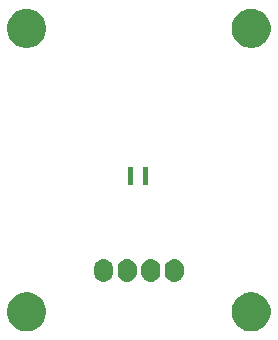
<source format=gbs>
G04 #@! TF.GenerationSoftware,KiCad,Pcbnew,(5.1.2)-1*
G04 #@! TF.CreationDate,2021-06-27T22:03:38+09:00*
G04 #@! TF.ProjectId,ls,6c732e6b-6963-4616-945f-706362585858,v1.0*
G04 #@! TF.SameCoordinates,Original*
G04 #@! TF.FileFunction,Soldermask,Bot*
G04 #@! TF.FilePolarity,Negative*
%FSLAX46Y46*%
G04 Gerber Fmt 4.6, Leading zero omitted, Abs format (unit mm)*
G04 Created by KiCad (PCBNEW (5.1.2)-1) date 2021-06-27 22:03:38*
%MOMM*%
%LPD*%
G04 APERTURE LIST*
%ADD10C,0.100000*%
G04 APERTURE END LIST*
D10*
G36*
X138375256Y-110391298D02*
G01*
X138481579Y-110412447D01*
X138782042Y-110536903D01*
X139052451Y-110717585D01*
X139282415Y-110947549D01*
X139463097Y-111217958D01*
X139587553Y-111518421D01*
X139651000Y-111837391D01*
X139651000Y-112162609D01*
X139587553Y-112481579D01*
X139463097Y-112782042D01*
X139282415Y-113052451D01*
X139052451Y-113282415D01*
X138782042Y-113463097D01*
X138481579Y-113587553D01*
X138375256Y-113608702D01*
X138162611Y-113651000D01*
X137837389Y-113651000D01*
X137624744Y-113608702D01*
X137518421Y-113587553D01*
X137217958Y-113463097D01*
X136947549Y-113282415D01*
X136717585Y-113052451D01*
X136536903Y-112782042D01*
X136412447Y-112481579D01*
X136349000Y-112162609D01*
X136349000Y-111837391D01*
X136412447Y-111518421D01*
X136536903Y-111217958D01*
X136717585Y-110947549D01*
X136947549Y-110717585D01*
X137217958Y-110536903D01*
X137518421Y-110412447D01*
X137624744Y-110391298D01*
X137837389Y-110349000D01*
X138162611Y-110349000D01*
X138375256Y-110391298D01*
X138375256Y-110391298D01*
G37*
G36*
X157375256Y-110391298D02*
G01*
X157481579Y-110412447D01*
X157782042Y-110536903D01*
X158052451Y-110717585D01*
X158282415Y-110947549D01*
X158463097Y-111217958D01*
X158587553Y-111518421D01*
X158651000Y-111837391D01*
X158651000Y-112162609D01*
X158587553Y-112481579D01*
X158463097Y-112782042D01*
X158282415Y-113052451D01*
X158052451Y-113282415D01*
X157782042Y-113463097D01*
X157481579Y-113587553D01*
X157375256Y-113608702D01*
X157162611Y-113651000D01*
X156837389Y-113651000D01*
X156624744Y-113608702D01*
X156518421Y-113587553D01*
X156217958Y-113463097D01*
X155947549Y-113282415D01*
X155717585Y-113052451D01*
X155536903Y-112782042D01*
X155412447Y-112481579D01*
X155349000Y-112162609D01*
X155349000Y-111837391D01*
X155412447Y-111518421D01*
X155536903Y-111217958D01*
X155717585Y-110947549D01*
X155947549Y-110717585D01*
X156217958Y-110536903D01*
X156518421Y-110412447D01*
X156624744Y-110391298D01*
X156837389Y-110349000D01*
X157162611Y-110349000D01*
X157375256Y-110391298D01*
X157375256Y-110391298D01*
G37*
G36*
X148659376Y-107560764D02*
G01*
X148812627Y-107607252D01*
X148812630Y-107607253D01*
X148953863Y-107682744D01*
X149077659Y-107784341D01*
X149179256Y-107908137D01*
X149254747Y-108049370D01*
X149254748Y-108049373D01*
X149301236Y-108202625D01*
X149313000Y-108322068D01*
X149313000Y-108677933D01*
X149301236Y-108797376D01*
X149254748Y-108950626D01*
X149254747Y-108950630D01*
X149179256Y-109091863D01*
X149077659Y-109215659D01*
X148953863Y-109317256D01*
X148812629Y-109392747D01*
X148812626Y-109392748D01*
X148659375Y-109439236D01*
X148500000Y-109454933D01*
X148340624Y-109439236D01*
X148187373Y-109392748D01*
X148187370Y-109392747D01*
X148046137Y-109317256D01*
X147922341Y-109215659D01*
X147820744Y-109091863D01*
X147745253Y-108950629D01*
X147745252Y-108950626D01*
X147698764Y-108797375D01*
X147687000Y-108677932D01*
X147687000Y-108322067D01*
X147698764Y-108202624D01*
X147745252Y-108049373D01*
X147745253Y-108049370D01*
X147820744Y-107908137D01*
X147922341Y-107784341D01*
X148046137Y-107682744D01*
X148187371Y-107607253D01*
X148187374Y-107607252D01*
X148340625Y-107560764D01*
X148500000Y-107545067D01*
X148659376Y-107560764D01*
X148659376Y-107560764D01*
G37*
G36*
X150659376Y-107560764D02*
G01*
X150812627Y-107607252D01*
X150812630Y-107607253D01*
X150953863Y-107682744D01*
X151077659Y-107784341D01*
X151179256Y-107908137D01*
X151254747Y-108049370D01*
X151254748Y-108049373D01*
X151301236Y-108202625D01*
X151313000Y-108322068D01*
X151313000Y-108677933D01*
X151301236Y-108797376D01*
X151254748Y-108950626D01*
X151254747Y-108950630D01*
X151179256Y-109091863D01*
X151077659Y-109215659D01*
X150953863Y-109317256D01*
X150812629Y-109392747D01*
X150812626Y-109392748D01*
X150659375Y-109439236D01*
X150500000Y-109454933D01*
X150340624Y-109439236D01*
X150187373Y-109392748D01*
X150187370Y-109392747D01*
X150046137Y-109317256D01*
X149922341Y-109215659D01*
X149820744Y-109091863D01*
X149745253Y-108950629D01*
X149745252Y-108950626D01*
X149698764Y-108797375D01*
X149687000Y-108677932D01*
X149687000Y-108322067D01*
X149698764Y-108202624D01*
X149745252Y-108049373D01*
X149745253Y-108049370D01*
X149820744Y-107908137D01*
X149922341Y-107784341D01*
X150046137Y-107682744D01*
X150187371Y-107607253D01*
X150187374Y-107607252D01*
X150340625Y-107560764D01*
X150500000Y-107545067D01*
X150659376Y-107560764D01*
X150659376Y-107560764D01*
G37*
G36*
X146659376Y-107560764D02*
G01*
X146812627Y-107607252D01*
X146812630Y-107607253D01*
X146953863Y-107682744D01*
X147077659Y-107784341D01*
X147179256Y-107908137D01*
X147254747Y-108049370D01*
X147254748Y-108049373D01*
X147301236Y-108202625D01*
X147313000Y-108322068D01*
X147313000Y-108677933D01*
X147301236Y-108797376D01*
X147254748Y-108950626D01*
X147254747Y-108950630D01*
X147179256Y-109091863D01*
X147077659Y-109215659D01*
X146953863Y-109317256D01*
X146812629Y-109392747D01*
X146812626Y-109392748D01*
X146659375Y-109439236D01*
X146500000Y-109454933D01*
X146340624Y-109439236D01*
X146187373Y-109392748D01*
X146187370Y-109392747D01*
X146046137Y-109317256D01*
X145922341Y-109215659D01*
X145820744Y-109091863D01*
X145745253Y-108950629D01*
X145745252Y-108950626D01*
X145698764Y-108797375D01*
X145687000Y-108677932D01*
X145687000Y-108322067D01*
X145698764Y-108202624D01*
X145745252Y-108049373D01*
X145745253Y-108049370D01*
X145820744Y-107908137D01*
X145922341Y-107784341D01*
X146046137Y-107682744D01*
X146187371Y-107607253D01*
X146187374Y-107607252D01*
X146340625Y-107560764D01*
X146500000Y-107545067D01*
X146659376Y-107560764D01*
X146659376Y-107560764D01*
G37*
G36*
X144659376Y-107560764D02*
G01*
X144812627Y-107607252D01*
X144812630Y-107607253D01*
X144953863Y-107682744D01*
X145077659Y-107784341D01*
X145179256Y-107908137D01*
X145254747Y-108049370D01*
X145254748Y-108049373D01*
X145301236Y-108202625D01*
X145313000Y-108322068D01*
X145313000Y-108677933D01*
X145301236Y-108797376D01*
X145254748Y-108950626D01*
X145254747Y-108950630D01*
X145179256Y-109091863D01*
X145077659Y-109215659D01*
X144953863Y-109317256D01*
X144812629Y-109392747D01*
X144812626Y-109392748D01*
X144659375Y-109439236D01*
X144500000Y-109454933D01*
X144340624Y-109439236D01*
X144187373Y-109392748D01*
X144187370Y-109392747D01*
X144046137Y-109317256D01*
X143922341Y-109215659D01*
X143820744Y-109091863D01*
X143745253Y-108950629D01*
X143745252Y-108950626D01*
X143698764Y-108797375D01*
X143687000Y-108677932D01*
X143687000Y-108322067D01*
X143698764Y-108202624D01*
X143745252Y-108049373D01*
X143745253Y-108049370D01*
X143820744Y-107908137D01*
X143922341Y-107784341D01*
X144046137Y-107682744D01*
X144187371Y-107607253D01*
X144187374Y-107607252D01*
X144340625Y-107560764D01*
X144500000Y-107545067D01*
X144659376Y-107560764D01*
X144659376Y-107560764D01*
G37*
G36*
X148276000Y-101301000D02*
G01*
X147824000Y-101301000D01*
X147824000Y-99699000D01*
X148276000Y-99699000D01*
X148276000Y-101301000D01*
X148276000Y-101301000D01*
G37*
G36*
X147026000Y-101301000D02*
G01*
X146574000Y-101301000D01*
X146574000Y-99699000D01*
X147026000Y-99699000D01*
X147026000Y-101301000D01*
X147026000Y-101301000D01*
G37*
G36*
X138375256Y-86391298D02*
G01*
X138481579Y-86412447D01*
X138782042Y-86536903D01*
X139052451Y-86717585D01*
X139282415Y-86947549D01*
X139463097Y-87217958D01*
X139587553Y-87518421D01*
X139651000Y-87837391D01*
X139651000Y-88162609D01*
X139587553Y-88481579D01*
X139463097Y-88782042D01*
X139282415Y-89052451D01*
X139052451Y-89282415D01*
X138782042Y-89463097D01*
X138481579Y-89587553D01*
X138375256Y-89608702D01*
X138162611Y-89651000D01*
X137837389Y-89651000D01*
X137624744Y-89608702D01*
X137518421Y-89587553D01*
X137217958Y-89463097D01*
X136947549Y-89282415D01*
X136717585Y-89052451D01*
X136536903Y-88782042D01*
X136412447Y-88481579D01*
X136349000Y-88162609D01*
X136349000Y-87837391D01*
X136412447Y-87518421D01*
X136536903Y-87217958D01*
X136717585Y-86947549D01*
X136947549Y-86717585D01*
X137217958Y-86536903D01*
X137518421Y-86412447D01*
X137624744Y-86391298D01*
X137837389Y-86349000D01*
X138162611Y-86349000D01*
X138375256Y-86391298D01*
X138375256Y-86391298D01*
G37*
G36*
X157375256Y-86391298D02*
G01*
X157481579Y-86412447D01*
X157782042Y-86536903D01*
X158052451Y-86717585D01*
X158282415Y-86947549D01*
X158463097Y-87217958D01*
X158587553Y-87518421D01*
X158651000Y-87837391D01*
X158651000Y-88162609D01*
X158587553Y-88481579D01*
X158463097Y-88782042D01*
X158282415Y-89052451D01*
X158052451Y-89282415D01*
X157782042Y-89463097D01*
X157481579Y-89587553D01*
X157375256Y-89608702D01*
X157162611Y-89651000D01*
X156837389Y-89651000D01*
X156624744Y-89608702D01*
X156518421Y-89587553D01*
X156217958Y-89463097D01*
X155947549Y-89282415D01*
X155717585Y-89052451D01*
X155536903Y-88782042D01*
X155412447Y-88481579D01*
X155349000Y-88162609D01*
X155349000Y-87837391D01*
X155412447Y-87518421D01*
X155536903Y-87217958D01*
X155717585Y-86947549D01*
X155947549Y-86717585D01*
X156217958Y-86536903D01*
X156518421Y-86412447D01*
X156624744Y-86391298D01*
X156837389Y-86349000D01*
X157162611Y-86349000D01*
X157375256Y-86391298D01*
X157375256Y-86391298D01*
G37*
M02*

</source>
